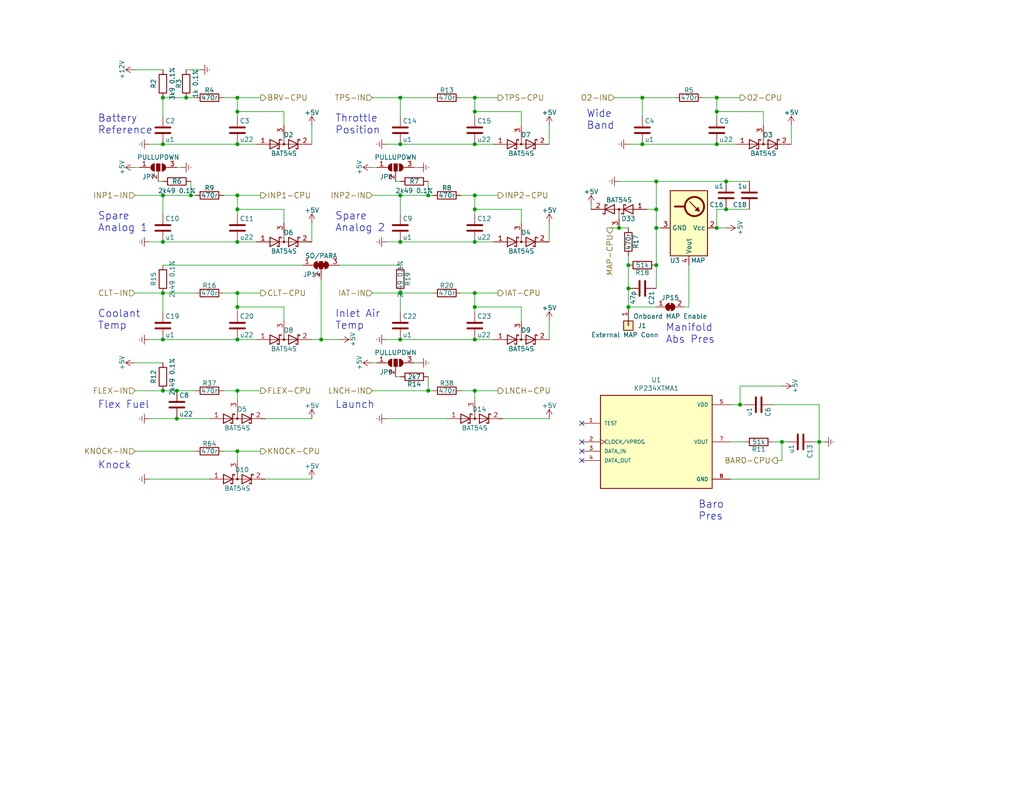
<source format=kicad_sch>
(kicad_sch (version 20211123) (generator eeschema)
  (paper "USLetter")
  (title_block (title "UA4C") (date "2022-07-13") (rev "C4") (company "WTMtronics") (comment 1 "White Fang"))
  (lib_symbols
    (symbol "Device:C" (pin_numbers hide) (pin_names (offset 0.254))
      (property "Reference" "C" (at 0.635 2.54 0))
      (property "Value" "C" (at 0.635 -2.54 0))
      (symbol "C_0_1"
        (polyline (pts (xy -2.032 -0.762) (xy 2.032 -0.762)) (stroke (width 0.508)))
        (polyline (pts (xy -2.032 0.762) (xy 2.032 0.762)) (stroke (width 0.508)))
      )
      (symbol "C_1_1"
        (pin passive line (at 0 3.81 270) (length 2.794) (name "~") (number "1"))
        (pin passive line (at 0 -3.81 90) (length 2.794) (name "~") (number "2"))
      )
    )
    (symbol "Device:R" (pin_numbers hide) (pin_names (offset 0))
      (property "Reference" "R" (at 2.032 0 90))
      (property "Value" "R" (at 0 0 90))
      (symbol "R_0_1"
        (rectangle (start -1.016 -2.54) (end 1.016 2.54) (stroke (width 0.254)))
      )
      (symbol "R_1_1"
        (pin passive line (at 0 3.81 270) (length 1.27) (name "~") (number "1"))
        (pin passive line (at 0 -3.81 90) (length 1.27) (name "~") (number "2"))
      )
    )
    (symbol "Jumper:SolderJumper_2_Bridged" (pin_names (offset 0) hide)
      (property "Reference" "JP" (at 0 2.032 0))
      (property "Value" "SolderJumper_2_Bridged" (at 0 -2.54 0))
      (symbol "SolderJumper_2_Bridged_0_1"
        (rectangle (start -0.508 0.508) (end 0.508 -0.508) (fill (type outline)))
        (arc (start -0.254 1.016) (mid -1.27 0) (end -0.254 -1.016))
        (arc (start -0.254 1.016) (mid -1.27 0) (end -0.254 -1.016) (fill (type outline)))
        (polyline (pts (xy -0.254 1.016) (xy -0.254 -1.016)))
        (polyline (pts (xy 0.254 1.016) (xy 0.254 -1.016)))
        (arc (start 0.254 -1.016) (mid 1.27 0) (end 0.254 1.016))
        (arc (start 0.254 -1.016) (mid 1.27 0) (end 0.254 1.016) (fill (type outline)))
      )
      (symbol "SolderJumper_2_Bridged_1_1"
        (pin passive line (at -3.81 0 0) (length 2.54) (name "A") (number "1"))
        (pin passive line (at 3.81 0 180) (length 2.54) (name "B") (number "2"))
      )
    )
    (symbol "Sensor_Pressure:MPXH6115A"
      (property "Reference" "U" (at -10.16 6.35 0))
      (property "Value" "MPXH6115A" (at 1.27 6.35 0))
      (symbol "MPXH6115A_0_1"
        (circle (center -5.842 1.524) (radius 2.6162) (stroke (width 0.508)))
        (polyline (pts (xy -7.112 0.254) (xy -4.572 2.794)) (stroke (width 0.254)))
        (polyline (pts (xy -5.842 -1.27) (xy -5.842 -3.81)) (stroke (width 0.508)))
        (polyline (pts (xy -4.572 2.794) (xy -4.826 1.778) (xy -5.588 2.54) (xy -4.572 2.794)) (stroke (width 0.254)) (fill (type outline)))
        (rectangle (start 7.62 5.08) (end -10.16 -5.08) (stroke (width 0.254)) (fill (type background)))
      )
      (symbol "MPXH6115A_1_1"
        (pin no_connect line (at 5.08 -5.08 90) (length 2.54) hide (name "NC") (number "1"))
        (pin power_in line (at 0 7.62 270) (length 2.54) (name "Vcc") (number "2"))
        (pin power_in line (at 0 -7.62 90) (length 2.54) (name "GND") (number "3"))
        (pin output line (at 10.16 0 180) (length 2.54) (name "Vout") (number "4"))
        (pin no_connect line (at -7.62 -5.08 90) (length 2.54) hide (name "NC") (number "5"))
        (pin no_connect line (at -5.08 -5.08 90) (length 2.54) hide (name "NC") (number "6"))
        (pin no_connect line (at -2.54 -5.08 90) (length 2.54) hide (name "NC") (number "7"))
        (pin no_connect line (at 2.54 -5.08 90) (length 2.54) hide (name "NC") (number "8"))
      )
    )
    (symbol "Underdog-rescue:Conn_01x01-conn-Underdog-rescue" (pin_names (offset 1.016) hide)
      (property "Reference" "J" (at 0 2.54 0))
      (property "Value" "Conn_01x01-conn-Underdog-rescue" (at 0 -2.54 0))
      (symbol "Conn_01x01-conn-Underdog-rescue_1_1"
        (rectangle (start -1.27 0.127) (end 0 -0.127) (stroke (width 0.1524)))
        (rectangle (start -1.27 1.27) (end 1.27 -1.27) (stroke (width 0.254)) (fill (type background)))
        (pin passive line (at -5.08 0 0) (length 3.81) (name "Pin_1") (number "1"))
      )
    )
    (symbol "Underdog-rescue:D_Schottky_x2_Serial_AKC-Device" (pin_names (offset 0.762) hide)
      (property "Reference" "D" (at 1.27 -2.54 0))
      (property "Value" "D_Schottky_x2_Serial_AKC-Device" (at 0 2.54 0))
      (symbol "D_Schottky_x2_Serial_AKC-Device_0_1"
        (polyline (pts (xy -3.81 0) (xy 3.81 0)))
        (polyline (pts (xy 0 0) (xy 0 -2.54)))
        (polyline (pts (xy 6.35 0) (xy 7.62 0)))
        (polyline (pts (xy -1.27 -1.27) (xy -1.27 1.27) (xy -1.27 1.27)) (stroke (width 0.254)))
        (polyline (pts (xy 3.81 1.27) (xy 3.81 -1.27) (xy 3.81 -1.27)) (stroke (width 0.254)))
        (polyline (pts (xy -1.27 -1.27) (xy -0.762 -1.27) (xy -0.762 -1.016) (xy -0.762 -1.016)) (stroke (width 0.254)))
        (polyline (pts (xy 3.81 -1.27) (xy 4.318 -1.27) (xy 4.318 -1.016) (xy 4.318 -1.016)) (stroke (width 0.254)))
        (polyline (pts (xy 3.81 1.27) (xy 3.302 1.27) (xy 3.302 1.016) (xy 3.302 1.016)) (stroke (width 0.254)))
        (polyline (pts (xy -1.778 1.016) (xy -1.778 1.27) (xy -1.27 1.27) (xy -1.27 1.27) (xy -1.27 1.27)) (stroke (width 0.254)))
        (polyline (pts (xy -3.81 1.27) (xy -1.27 0) (xy -3.81 -1.27) (xy -3.81 1.27) (xy -3.81 1.27) (xy -3.81 1.27)) (stroke (width 0.254)))
        (polyline (pts (xy 1.27 1.27) (xy 3.81 0) (xy 1.27 -1.27) (xy 1.27 1.27) (xy 1.27 1.27) (xy 1.27 1.27)) (stroke (width 0.254)))
        (circle (center 0 0) (radius 0.254) (fill (type outline)))
        (pin passive line (at -7.62 0 0) (length 3.81) (name "A") (number "1"))
        (pin passive line (at 7.62 0 180) (length 3.81) (name "K") (number "2"))
        (pin passive line (at 0 -5.08 90) (length 2.54) (name "common") (number "3"))
      )
    )
    (symbol "Underdog-rescue:KP234XTMA1-IC_Automotive" (pin_names (offset 1.016))
      (property "Reference" "U" (at -15.24 13.97 0))
      (property "Value" "KP234XTMA1-IC_Automotive" (at -15.24 -15.24 0))
      (symbol "KP234XTMA1-IC_Automotive_0_0"
        (rectangle (start -15.24 -12.7) (end 15.24 12.7) (stroke (width 0.254)) (fill (type background)))
        (pin input line (at -20.32 5.08 0) (length 5.08) (name "TEST") (number "1"))
        (pin input clock (at -20.32 0 0) (length 5.08) (name "CLOCK/VPROG") (number "2"))
        (pin input line (at -20.32 -2.54 0) (length 5.08) (name "DATA_IN") (number "3"))
        (pin output line (at -20.32 -5.08 0) (length 5.08) (name "DATA_OUT") (number "4"))
        (pin power_in line (at 20.32 10.16 180) (length 5.08) (name "VDD") (number "5"))
        (pin power_in line (at 20.32 -10.16 180) (length 5.08) (name "GND") (number "6"))
        (pin output line (at 20.32 0 180) (length 5.08) (name "VOUT") (number "7"))
        (pin power_in line (at 20.32 -10.16 180) (length 5.08) (name "GND") (number "8"))
      )
    )
    (symbol "Underdog-rescue:SolderJumper_3_Bridged123-Jumper" (pin_names (offset 0) hide)
      (property "Reference" "JP" (at -2.54 -2.54 0))
      (property "Value" "SolderJumper_3_Bridged123-Jumper" (at 0 2.794 0))
      (symbol "SolderJumper_3_Bridged123-Jumper_0_1"
        (rectangle (start -1.016 0.508) (end -0.508 -0.508) (fill (type outline)))
        (arc (start -1.016 1.016) (mid -2.032 0) (end -1.016 -1.016))
        (arc (start -1.016 1.016) (mid -2.032 0) (end -1.016 -1.016) (fill (type outline)))
        (rectangle (start -0.508 1.016) (end 0.508 -1.016) (fill (type outline)))
        (polyline (pts (xy -2.54 0) (xy -2.032 0)))
        (polyline (pts (xy -1.016 1.016) (xy -1.016 -1.016)))
        (polyline (pts (xy 0 -1.27) (xy 0 -1.016)))
        (polyline (pts (xy 1.016 1.016) (xy 1.016 -1.016)))
        (polyline (pts (xy 2.54 0) (xy 2.032 0)))
        (rectangle (start 0.508 0.508) (end 1.016 -0.508) (fill (type outline)))
        (arc (start 1.016 -1.016) (mid 2.032 0) (end 1.016 1.016))
        (arc (start 1.016 -1.016) (mid 2.032 0) (end 1.016 1.016) (fill (type outline)))
      )
      (symbol "SolderJumper_3_Bridged123-Jumper_1_1"
        (pin passive line (at -5.08 0 0) (length 2.54) (name "A") (number "1"))
        (pin input line (at 0 -3.81 90) (length 2.54) (name "C") (number "2"))
        (pin passive line (at 5.08 0 180) (length 2.54) (name "B") (number "3"))
      )
    )
    (symbol "Underdog-rescue:SolderJumper_3_Open-Jumper1" (pin_names (offset 0) hide)
      (property "Reference" "JP" (at -2.54 -2.54 0))
      (property "Value" "SolderJumper_3_Open-Jumper1" (at 0 2.794 0))
      (symbol "SolderJumper_3_Open-Jumper1_0_1"
        (arc (start -1.016 1.016) (mid -2.032 0) (end -1.016 -1.016))
        (arc (start -1.016 1.016) (mid -2.032 0) (end -1.016 -1.016) (fill (type outline)))
        (rectangle (start -0.508 1.016) (end 0.508 -1.016) (fill (type outline)))
        (polyline (pts (xy -2.54 0) (xy -2.032 0)))
        (polyline (pts (xy -1.016 1.016) (xy -1.016 -1.016)))
        (polyline (pts (xy 0 -1.27) (xy 0 -1.016)))
        (polyline (pts (xy 1.016 1.016) (xy 1.016 -1.016)))
        (polyline (pts (xy 2.54 0) (xy 2.032 0)))
        (arc (start 1.016 -1.016) (mid 2.032 0) (end 1.016 1.016))
        (arc (start 1.016 -1.016) (mid 2.032 0) (end 1.016 1.016) (fill (type outline)))
      )
      (symbol "SolderJumper_3_Open-Jumper1_1_1"
        (pin passive line (at -5.08 0 0) (length 2.54) (name "A") (number "1"))
        (pin input line (at 0 -3.81 90) (length 2.54) (name "C") (number "2"))
        (pin passive line (at 5.08 0 180) (length 2.54) (name "B") (number "3"))
      )
    )
    (symbol "power:+12V" (power) (pin_names (offset 0))
      (property "Value" "+12V" (at 0 3.556 0))
      (symbol "+12V_0_1"
        (polyline (pts (xy -0.762 1.27) (xy 0 2.54)))
        (polyline (pts (xy 0 0) (xy 0 2.54)))
        (polyline (pts (xy 0 2.54) (xy 0.762 1.27)))
      )
      (symbol "+12V_1_1"
        (pin power_in line (at 0 0 90) (length 0) hide (name "+12V") (number "1"))
      )
    )
    (symbol "power:+5V" (power) (pin_names (offset 0))
      (property "Value" "+5V" (at 0 3.556 0))
      (symbol "+5V_0_1"
        (polyline (pts (xy -0.762 1.27) (xy 0 2.54)))
        (polyline (pts (xy 0 0) (xy 0 2.54)))
        (polyline (pts (xy 0 2.54) (xy 0.762 1.27)))
      )
      (symbol "+5V_1_1"
        (pin power_in line (at 0 0 90) (length 0) hide (name "+5V") (number "1"))
      )
    )
    (symbol "power:Earth" (power) (pin_names (offset 0))
      (symbol "Earth_0_1"
        (polyline (pts (xy -0.635 -1.905) (xy 0.635 -1.905)))
        (polyline (pts (xy -0.127 -2.54) (xy 0.127 -2.54)))
        (polyline (pts (xy 0 -1.27) (xy 0 0)))
        (polyline (pts (xy 1.27 -1.27) (xy -1.27 -1.27)))
      )
      (symbol "Earth_1_1"
        (pin power_in line (at 0 0 270) (length 0) hide (name "Earth") (number "1"))
      )
    )
  )
  (junction (at 109.22 80.01))
  (junction (at 129.54 83.82))
  (junction (at 129.54 26.67))
  (junction (at 64.77 83.82))
  (junction (at 44.45 53.34))
  (junction (at 64.77 66.04))
  (junction (at 44.45 92.71))
  (junction (at 179.07 49.53))
  (junction (at 129.54 66.04))
  (junction (at 52.07 53.34))
  (junction (at 179.07 72.39))
  (junction (at 213.36 120.65))
  (junction (at 179.07 57.15))
  (junction (at 64.77 92.71))
  (junction (at 64.77 123.19))
  (junction (at 195.58 26.67))
  (junction (at 64.77 80.01))
  (junction (at 175.26 39.37))
  (junction (at 50.8 26.67))
  (junction (at 171.45 78.74))
  (junction (at 87.63 92.71))
  (junction (at 116.84 106.68))
  (junction (at 129.54 30.48))
  (junction (at 109.22 66.04))
  (junction (at 195.58 30.48))
  (junction (at 129.54 92.71))
  (junction (at 198.12 49.53))
  (junction (at 179.07 62.23))
  (junction (at 64.77 53.34))
  (junction (at 64.77 57.15))
  (junction (at 129.54 57.15))
  (junction (at 171.45 72.39))
  (junction (at 168.91 62.23))
  (junction (at 109.22 39.37))
  (junction (at 116.84 53.34))
  (junction (at 195.58 39.37))
  (junction (at 175.26 26.67))
  (junction (at 109.22 26.67))
  (junction (at 44.45 80.01))
  (junction (at 195.58 62.23))
  (junction (at 44.45 66.04))
  (junction (at 64.77 26.67))
  (junction (at 109.22 92.71))
  (junction (at 198.12 57.15))
  (junction (at 201.93 110.49))
  (junction (at 129.54 53.34))
  (junction (at 44.45 26.67))
  (junction (at 64.77 30.48))
  (junction (at 64.77 39.37))
  (junction (at 44.45 106.68))
  (junction (at 109.22 53.34))
  (junction (at 223.52 120.65))
  (junction (at 44.45 39.37))
  (junction (at 48.26 106.68))
  (junction (at 129.54 106.68))
  (junction (at 48.26 114.3))
  (junction (at 129.54 39.37))
  (junction (at 64.77 106.68))
  (junction (at 171.45 83.82))
  (junction (at 129.54 80.01))
  (no_connect (at 158.75 123.19))
  (no_connect (at 158.75 115.57))
  (no_connect (at 158.75 120.65))
  (no_connect (at 158.75 125.73))
  (wire (pts (xy 44.45 106.68) (xy 48.26 106.68)))
  (wire (pts (xy 175.26 39.37) (xy 195.58 39.37)))
  (wire (pts (xy 191.77 26.67) (xy 195.58 26.67)))
  (wire (pts (xy 171.45 78.74) (xy 171.45 72.39)))
  (wire (pts (xy 64.77 30.48) (xy 64.77 31.75)))
  (wire (pts (xy 64.77 80.01) (xy 64.77 83.82)))
  (wire (pts (xy 129.54 109.22) (xy 129.54 106.68)))
  (wire (pts (xy 101.6 53.34) (xy 109.22 53.34)))
  (wire (pts (xy 116.84 106.68) (xy 118.11 106.68)))
  (wire (pts (xy 116.84 106.68) (xy 116.84 102.87)))
  (wire (pts (xy 48.26 114.3) (xy 57.15 114.3)))
  (wire (pts (xy 129.54 92.71) (xy 134.62 92.71)))
  (wire (pts (xy 64.77 53.34) (xy 71.12 53.34)))
  (wire (pts (xy 129.54 26.67) (xy 135.89 26.67)))
  (wire (pts (xy 60.96 80.01) (xy 64.77 80.01)))
  (wire (pts (xy 149.86 60.96) (xy 149.86 66.04)))
  (wire (pts (xy 223.52 110.49) (xy 223.52 120.65)))
  (wire (pts (xy 195.58 26.67) (xy 201.93 26.67)))
  (wire (pts (xy 101.6 26.67) (xy 109.22 26.67)))
  (wire (pts (xy 36.83 106.68) (xy 44.45 106.68)))
  (wire (pts (xy 176.53 57.15) (xy 179.07 57.15)))
  (wire (pts (xy 64.77 26.67) (xy 71.12 26.67)))
  (wire (pts (xy 85.09 60.96) (xy 85.09 66.04)))
  (wire (pts (xy 64.77 106.68) (xy 71.12 106.68)))
  (wire (pts (xy 109.22 26.67) (xy 118.11 26.67)))
  (wire (pts (xy 142.24 30.48) (xy 129.54 30.48)))
  (wire (pts (xy 101.6 80.01) (xy 109.22 80.01)))
  (wire (pts (xy 223.52 130.81) (xy 223.52 120.65)))
  (wire (pts (xy 179.07 49.53) (xy 179.07 57.15)))
  (wire (pts (xy 60.96 53.34) (xy 64.77 53.34)))
  (wire (pts (xy 161.29 57.15) (xy 161.29 55.88)))
  (wire (pts (xy 142.24 60.96) (xy 142.24 57.15)))
  (wire (pts (xy 195.58 62.23) (xy 195.58 57.15)))
  (wire (pts (xy 77.47 57.15) (xy 64.77 57.15)))
  (wire (pts (xy 44.45 53.34) (xy 44.45 58.42)))
  (wire (pts (xy 64.77 53.34) (xy 64.77 57.15)))
  (wire (pts (xy 199.39 120.65) (xy 203.2 120.65)))
  (wire (pts (xy 105.41 66.04) (xy 109.22 66.04)))
  (wire (pts (xy 168.91 62.23) (xy 171.45 62.23)))
  (wire (pts (xy 60.96 106.68) (xy 64.77 106.68)))
  (wire (pts (xy 40.64 39.37) (xy 44.45 39.37)))
  (wire (pts (xy 210.82 110.49) (xy 223.52 110.49)))
  (wire (pts (xy 195.58 57.15) (xy 198.12 57.15)))
  (wire (pts (xy 109.22 66.04) (xy 129.54 66.04)))
  (wire (pts (xy 87.63 76.2) (xy 87.63 92.71)))
  (wire (pts (xy 208.28 34.29) (xy 208.28 30.48)))
  (wire (pts (xy 101.6 45.72) (xy 102.87 45.72)))
  (wire (pts (xy 129.54 106.68) (xy 135.89 106.68)))
  (wire (pts (xy 195.58 30.48) (xy 195.58 31.75)))
  (wire (pts (xy 114.3 99.06) (xy 113.03 99.06)))
  (wire (pts (xy 223.52 120.65) (xy 224.79 120.65)))
  (wire (pts (xy 109.22 26.67) (xy 109.22 31.75)))
  (wire (pts (xy 149.86 87.63) (xy 149.86 92.71)))
  (wire (pts (xy 208.28 30.48) (xy 195.58 30.48)))
  (wire (pts (xy 195.58 39.37) (xy 200.66 39.37)))
  (wire (pts (xy 44.45 53.34) (xy 52.07 53.34)))
  (wire (pts (xy 64.77 125.73) (xy 64.77 123.19)))
  (wire (pts (xy 64.77 83.82) (xy 64.77 85.09)))
  (wire (pts (xy 105.41 92.71) (xy 109.22 92.71)))
  (wire (pts (xy 149.86 114.3) (xy 137.16 114.3)))
  (wire (pts (xy 179.07 72.39) (xy 179.07 78.74)))
  (wire (pts (xy 129.54 53.34) (xy 129.54 57.15)))
  (wire (pts (xy 64.77 109.22) (xy 64.77 106.68)))
  (wire (pts (xy 109.22 72.39) (xy 92.71 72.39)))
  (wire (pts (xy 213.36 120.65) (xy 213.36 125.73)))
  (wire (pts (xy 109.22 39.37) (xy 129.54 39.37)))
  (wire (pts (xy 40.64 130.81) (xy 57.15 130.81)))
  (wire (pts (xy 50.8 19.05) (xy 54.61 19.05)))
  (wire (pts (xy 52.07 53.34) (xy 53.34 53.34)))
  (wire (pts (xy 87.63 92.71) (xy 85.09 92.71)))
  (wire (pts (xy 179.07 57.15) (xy 179.07 62.23)))
  (wire (pts (xy 125.73 26.67) (xy 129.54 26.67)))
  (wire (pts (xy 109.22 80.01) (xy 118.11 80.01)))
  (wire (pts (xy 85.09 130.81) (xy 72.39 130.81)))
  (wire (pts (xy 198.12 49.53) (xy 204.47 49.53)))
  (wire (pts (xy 64.77 92.71) (xy 69.85 92.71)))
  (wire (pts (xy 64.77 80.01) (xy 71.12 80.01)))
  (wire (pts (xy 171.45 72.39) (xy 171.45 69.85)))
  (wire (pts (xy 195.58 26.67) (xy 195.58 30.48)))
  (wire (pts (xy 44.45 66.04) (xy 64.77 66.04)))
  (wire (pts (xy 171.45 83.82) (xy 171.45 78.74)))
  (wire (pts (xy 43.18 49.53) (xy 44.45 49.53)))
  (wire (pts (xy 204.47 57.15) (xy 198.12 57.15)))
  (wire (pts (xy 129.54 26.67) (xy 129.54 30.48)))
  (wire (pts (xy 201.93 105.41) (xy 213.36 105.41)))
  (wire (pts (xy 125.73 80.01) (xy 129.54 80.01)))
  (wire (pts (xy 167.64 26.67) (xy 175.26 26.67)))
  (wire (pts (xy 116.84 53.34) (xy 116.84 49.53)))
  (wire (pts (xy 129.54 80.01) (xy 129.54 83.82)))
  (wire (pts (xy 109.22 92.71) (xy 129.54 92.71)))
  (wire (pts (xy 36.83 80.01) (xy 44.45 80.01)))
  (wire (pts (xy 222.25 120.65) (xy 223.52 120.65)))
  (wire (pts (xy 107.95 49.53) (xy 109.22 49.53)))
  (wire (pts (xy 40.64 92.71) (xy 44.45 92.71)))
  (wire (pts (xy 101.6 99.06) (xy 102.87 99.06)))
  (wire (pts (xy 77.47 30.48) (xy 64.77 30.48)))
  (wire (pts (xy 48.26 106.68) (xy 53.34 106.68)))
  (wire (pts (xy 109.22 80.01) (xy 109.22 85.09)))
  (wire (pts (xy 36.83 123.19) (xy 53.34 123.19)))
  (wire (pts (xy 49.53 45.72) (xy 48.26 45.72)))
  (wire (pts (xy 171.45 83.82) (xy 179.07 83.82)))
  (wire (pts (xy 210.82 120.65) (xy 213.36 120.65)))
  (wire (pts (xy 44.45 92.71) (xy 64.77 92.71)))
  (wire (pts (xy 85.09 34.29) (xy 85.09 39.37)))
  (wire (pts (xy 77.47 34.29) (xy 77.47 30.48)))
  (wire (pts (xy 64.77 66.04) (xy 69.85 66.04)))
  (wire (pts (xy 77.47 87.63) (xy 77.47 83.82)))
  (wire (pts (xy 215.9 34.29) (xy 215.9 39.37)))
  (wire (pts (xy 129.54 66.04) (xy 134.62 66.04)))
  (wire (pts (xy 44.45 80.01) (xy 44.45 85.09)))
  (wire (pts (xy 180.34 62.23) (xy 179.07 62.23)))
  (wire (pts (xy 107.95 102.87) (xy 109.22 102.87)))
  (wire (pts (xy 60.96 123.19) (xy 64.77 123.19)))
  (wire (pts (xy 44.45 39.37) (xy 64.77 39.37)))
  (wire (pts (xy 129.54 57.15) (xy 129.54 58.42)))
  (wire (pts (xy 187.96 72.39) (xy 187.96 83.82)))
  (wire (pts (xy 52.07 53.34) (xy 52.07 49.53)))
  (wire (pts (xy 171.45 39.37) (xy 175.26 39.37)))
  (wire (pts (xy 175.26 26.67) (xy 175.26 31.75)))
  (wire (pts (xy 36.83 45.72) (xy 38.1 45.72)))
  (wire (pts (xy 125.73 53.34) (xy 129.54 53.34)))
  (wire (pts (xy 92.71 92.71) (xy 87.63 92.71)))
  (wire (pts (xy 64.77 123.19) (xy 71.12 123.19)))
  (wire (pts (xy 105.41 114.3) (xy 121.92 114.3)))
  (wire (pts (xy 40.64 66.04) (xy 44.45 66.04)))
  (wire (pts (xy 36.83 53.34) (xy 44.45 53.34)))
  (wire (pts (xy 201.93 110.49) (xy 203.2 110.49)))
  (wire (pts (xy 129.54 30.48) (xy 129.54 31.75)))
  (wire (pts (xy 125.73 106.68) (xy 129.54 106.68)))
  (wire (pts (xy 142.24 87.63) (xy 142.24 83.82)))
  (wire (pts (xy 212.09 125.73) (xy 213.36 125.73)))
  (wire (pts (xy 129.54 80.01) (xy 135.89 80.01)))
  (wire (pts (xy 85.09 114.3) (xy 72.39 114.3)))
  (wire (pts (xy 36.83 99.06) (xy 44.45 99.06)))
  (wire (pts (xy 129.54 39.37) (xy 134.62 39.37)))
  (wire (pts (xy 116.84 53.34) (xy 118.11 53.34)))
  (wire (pts (xy 175.26 26.67) (xy 184.15 26.67)))
  (wire (pts (xy 142.24 57.15) (xy 129.54 57.15)))
  (wire (pts (xy 105.41 39.37) (xy 109.22 39.37)))
  (wire (pts (xy 142.24 83.82) (xy 129.54 83.82)))
  (wire (pts (xy 44.45 26.67) (xy 50.8 26.67)))
  (wire (pts (xy 199.39 110.49) (xy 201.93 110.49)))
  (wire (pts (xy 40.64 114.3) (xy 48.26 114.3)))
  (wire (pts (xy 77.47 83.82) (xy 64.77 83.82)))
  (wire (pts (xy 114.3 45.72) (xy 113.03 45.72)))
  (wire (pts (xy 50.8 26.67) (xy 53.34 26.67)))
  (wire (pts (xy 129.54 53.34) (xy 135.89 53.34)))
  (wire (pts (xy 60.96 26.67) (xy 64.77 26.67)))
  (wire (pts (xy 199.39 130.81) (xy 223.52 130.81)))
  (wire (pts (xy 214.63 120.65) (xy 213.36 120.65)))
  (wire (pts (xy 64.77 39.37) (xy 69.85 39.37)))
  (wire (pts (xy 36.83 19.05) (xy 44.45 19.05)))
  (wire (pts (xy 44.45 80.01) (xy 53.34 80.01)))
  (wire (pts (xy 168.91 49.53) (xy 179.07 49.53)))
  (wire (pts (xy 179.07 62.23) (xy 179.07 72.39)))
  (wire (pts (xy 64.77 26.67) (xy 64.77 30.48)))
  (wire (pts (xy 166.37 62.23) (xy 168.91 62.23)))
  (wire (pts (xy 77.47 60.96) (xy 77.47 57.15)))
  (wire (pts (xy 101.6 106.68) (xy 116.84 106.68)))
  (wire (pts (xy 201.93 110.49) (xy 201.93 105.41)))
  (wire (pts (xy 179.07 49.53) (xy 198.12 49.53)))
  (wire (pts (xy 109.22 53.34) (xy 109.22 58.42)))
  (wire (pts (xy 142.24 34.29) (xy 142.24 30.48)))
  (wire (pts (xy 149.86 34.29) (xy 149.86 39.37)))
  (wire (pts (xy 186.69 83.82) (xy 187.96 83.82)))
  (wire (pts (xy 129.54 83.82) (xy 129.54 85.09)))
  (wire (pts (xy 198.12 62.23) (xy 195.58 62.23)))
  (wire (pts (xy 64.77 57.15) (xy 64.77 58.42)))
  (wire (pts (xy 109.22 53.34) (xy 116.84 53.34)))
  (wire (pts (xy 44.45 26.67) (xy 44.45 31.75)))
  (wire (pts (xy 44.45 72.39) (xy 82.55 72.39)))
  (text "Throttle\nPosition" (at 91.44 36.83 0) (effects (font (size 2.0066 2.0066)) (justify left bottom)))
  (text "Knock" (at 26.67 128.27 0) (effects (font (size 2.0066 2.0066)) (justify left bottom)))
  (text "Inlet Air\nTemp" (at 91.44 90.17 0) (effects (font (size 2.0066 2.0066)) (justify left bottom)))
  (text "Wide\nBand" (at 160.02 35.56 0) (effects (font (size 2.0066 2.0066)) (justify left bottom)))
  (text "Flex Fuel" (at 26.67 111.76 0) (effects (font (size 2.0066 2.0066)) (justify left bottom)))
  (text "Battery\nReference" (at 26.67 36.83 0) (effects (font (size 2.0066 2.0066)) (justify left bottom)))
  (text "Coolant\nTemp" (at 26.67 90.17 0) (effects (font (size 2.0066 2.0066)) (justify left bottom)))
  (text "Launch" (at 91.44 111.76 0) (effects (font (size 2.0066 2.0066)) (justify left bottom)))
  (text "Manifold\nAbs Pres" (at 181.61 93.98 0) (effects (font (size 2.0066 2.0066)) (justify left bottom)))
  (text "Spare\nAnalog 1" (at 26.67 63.5 0) (effects (font (size 2.0066 2.0066)) (justify left bottom)))
  (text "Spare\nAnalog 2" (at 91.44 63.5 0) (effects (font (size 2.0066 2.0066)) (justify left bottom)))
  (text "Baro\nPres" (at 190.5 142.24 0) (effects (font (size 2.0066 2.0066)) (justify left bottom)))
  (hierarchical_label "CLT-CPU" (shape output) (at 71.12 80.01 0) (effects (font (size 1.524 1.524))))
  (hierarchical_label "BRV-CPU" (shape output) (at 71.12 26.67 0) (effects (font (size 1.524 1.524))))
  (hierarchical_label "INP2-IN" (shape input) (at 101.6 53.34 180) (effects (font (size 1.524 1.524))))
  (hierarchical_label "FLEX-IN" (shape input) (at 36.83 106.68 180) (effects (font (size 1.524 1.524))))
  (hierarchical_label "O2-CPU" (shape output) (at 201.93 26.67 0) (effects (font (size 1.524 1.524))))
  (hierarchical_label "FLEX-CPU" (shape output) (at 71.12 106.68 0) (effects (font (size 1.524 1.524))))
  (hierarchical_label "BARO-CPU" (shape output) (at 212.09 125.73 180) (effects (font (size 1.524 1.524))))
  (hierarchical_label "KNOCK-IN" (shape input) (at 36.83 123.19 180) (effects (font (size 1.524 1.524))))
  (hierarchical_label "O2-IN" (shape input) (at 167.64 26.67 180) (effects (font (size 1.524 1.524))))
  (hierarchical_label "INP1-IN" (shape input) (at 36.83 53.34 180) (effects (font (size 1.524 1.524))))
  (hierarchical_label "TPS-IN" (shape input) (at 101.6 26.67 180) (effects (font (size 1.524 1.524))))
  (hierarchical_label "KNOCK-CPU" (shape output) (at 71.12 123.19 0) (effects (font (size 1.524 1.524))))
  (hierarchical_label "CLT-IN" (shape input) (at 36.83 80.01 180) (effects (font (size 1.524 1.524))))
  (hierarchical_label "LNCH-CPU" (shape output) (at 135.89 106.68 0) (effects (font (size 1.524 1.524))))
  (hierarchical_label "LNCH-IN" (shape input) (at 101.6 106.68 180) (effects (font (size 1.524 1.524))))
  (hierarchical_label "INP2-CPU" (shape output) (at 135.89 53.34 0) (effects (font (size 1.524 1.524))))
  (hierarchical_label "MAP-CPU" (shape output) (at 166.37 62.23 270) (effects (font (size 1.524 1.524))))
  (hierarchical_label "IAT-IN" (shape input) (at 101.6 80.01 180) (effects (font (size 1.524 1.524))))
  (hierarchical_label "INP1-CPU" (shape output) (at 71.12 53.34 0) (effects (font (size 1.524 1.524))))
  (hierarchical_label "TPS-CPU" (shape output) (at 135.89 26.67 0) (effects (font (size 1.524 1.524))))
  (hierarchical_label "IAT-CPU" (shape output) (at 135.89 80.01 0) (effects (font (size 1.524 1.524))))
  (symbol (lib_id "Device:C") (at 109.22 35.56 0) (unit 1)
    (property "Reference" "C14" (at 109.855 33.02 0) (effects (justify left)))
    (property "Value" "u1" (at 109.855 38.1 0) (effects (justify left)))
    (property "Footprint" "Capacitor_SMD:C_0805_2012Metric" (effects hide))
    (property "MPN" "CL21B104KBFNNNE" (effects hide))
  )
  (symbol (lib_id "Device:C") (at 129.54 35.56 0) (unit 1)
    (property "Reference" "C15" (at 130.175 33.02 0) (effects (justify left)))
    (property "Value" "u22" (at 130.175 38.1 0) (effects (justify left)))
    (property "Footprint" "Capacitor_SMD:C_0805_2012Metric" (effects hide))
    (property "MPN" "CL21B224KBFNNNE" (effects hide))
  )
  (symbol (lib_id "Device:C") (at 44.45 88.9 0) (unit 1)
    (property "Reference" "C19" (at 45.085 86.36 0) (effects (justify left)))
    (property "Value" "u1" (at 45.085 91.44 0) (effects (justify left)))
    (property "Footprint" "Capacitor_SMD:C_0805_2012Metric" (effects hide))
    (property "MPN" "CL21B104KBFNNNE" (effects hide))
  )
  (symbol (lib_id "Device:C") (at 64.77 88.9 0) (unit 1)
    (property "Reference" "C20" (at 65.405 86.36 0) (effects (justify left)))
    (property "Value" "u22" (at 65.405 91.44 0) (effects (justify left)))
    (property "Footprint" "Capacitor_SMD:C_0805_2012Metric" (effects hide))
    (property "MPN" "CL21B224KBFNNNE" (effects hide))
  )
  (symbol (lib_id "Device:C") (at 109.22 88.9 0) (unit 1)
    (property "Reference" "C22" (at 109.855 86.36 0) (effects (justify left)))
    (property "Value" "u1" (at 109.855 91.44 0) (effects (justify left)))
    (property "Footprint" "Capacitor_SMD:C_0805_2012Metric" (effects hide))
    (property "MPN" "CL21B104KBFNNNE" (effects hide))
  )
  (symbol (lib_id "Device:C") (at 129.54 88.9 0) (unit 1)
    (property "Reference" "C23" (at 130.175 86.36 0) (effects (justify left)))
    (property "Value" "u22" (at 130.175 91.44 0) (effects (justify left)))
    (property "Footprint" "Capacitor_SMD:C_0805_2012Metric" (effects hide))
    (property "MPN" "CL21B224KBFNNNE" (effects hide))
  )
  (symbol (lib_id "Device:R") (at 44.45 76.2 0) (unit 1)
    (property "Reference" "R15" (at 41.91 76.2 90))
    (property "Value" "2k49 0.1%" (at 46.99 76.2 90))
    (property "Footprint" "Resistor_SMD:R_0805_2012Metric" (effects hide))
    (property "MPN" "ERA6AEB2491V" (effects hide))
  )
  (symbol (lib_id "Device:R") (at 109.22 76.2 0) (unit 1)
    (property "Reference" "R19" (at 111.252 76.2 90))
    (property "Value" "2k49 0.1%" (at 109.22 76.2 90))
    (property "Footprint" "Resistor_SMD:R_0805_2012Metric" (effects hide))
    (property "MPN" "ERA6AEB2491V" (effects hide))
  )
  (symbol (lib_id "Device:R") (at 121.92 80.01 90) (unit 1)
    (property "Reference" "R20" (at 121.92 77.978 90))
    (property "Value" "470r" (at 121.92 80.01 90))
    (property "Footprint" "Resistor_SMD:R_0805_2012Metric" (effects hide))
    (property "MPN" "RK73H2ATTD4700F" (effects hide))
  )
  (symbol (lib_id "Device:R") (at 57.15 80.01 90) (unit 1)
    (property "Reference" "R16" (at 57.15 77.978 90))
    (property "Value" "470r" (at 57.15 80.01 90))
    (property "Footprint" "Resistor_SMD:R_0805_2012Metric" (effects hide))
    (property "MPN" "RK73H2ATTD4700F" (effects hide))
  )
  (symbol (lib_id "Device:R") (at 121.92 26.67 90) (unit 1)
    (property "Reference" "R13" (at 121.92 24.638 90))
    (property "Value" "470r" (at 121.92 26.67 90))
    (property "Footprint" "Resistor_SMD:R_0805_2012Metric" (effects hide))
    (property "MPN" "RK73H2ATTD4700F" (effects hide))
  )
  (symbol (lib_id "Underdog-rescue:D_Schottky_x2_Serial_AKC-Device") (at 142.24 39.37 0) (mirror x) (unit 1)
    (property "Reference" "D7" (at 143.51 36.83 0))
    (property "Value" "BAT54S" (at 142.24 41.91 0))
    (property "Footprint" "Package_TO_SOT_SMD:SOT-23" (effects hide))
    (property "MPN" "BAT54S,215" (effects hide))
  )
  (symbol (lib_id "power:+5V") (at 149.86 34.29 0) (unit 1)
    (property "Reference" "#PWR024" (effects hide))
    (property "Value" "+5V" (at 149.86 30.734 0))
  )
  (symbol (lib_id "Underdog-rescue:D_Schottky_x2_Serial_AKC-Device") (at 77.47 92.71 0) (mirror x) (unit 1)
    (property "Reference" "D8" (at 78.74 90.17 0))
    (property "Value" "BAT54S" (at 77.47 95.25 0))
    (property "Footprint" "Package_TO_SOT_SMD:SOT-23" (effects hide))
    (property "MPN" "BAT54S,215" (effects hide))
  )
  (symbol (lib_id "power:+5V") (at 92.71 92.71 270) (unit 1)
    (property "Reference" "#PWR043" (effects hide))
    (property "Value" "+5V" (at 96.266 92.71 0))
  )
  (symbol (lib_id "Underdog-rescue:D_Schottky_x2_Serial_AKC-Device") (at 142.24 92.71 0) (mirror x) (unit 1)
    (property "Reference" "D9" (at 143.51 90.17 0))
    (property "Value" "BAT54S" (at 142.24 95.25 0))
    (property "Footprint" "Package_TO_SOT_SMD:SOT-23" (effects hide))
    (property "MPN" "BAT54S,215" (effects hide))
  )
  (symbol (lib_id "power:+5V") (at 149.86 87.63 0) (unit 1)
    (property "Reference" "#PWR044" (effects hide))
    (property "Value" "+5V" (at 149.86 84.074 0))
  )
  (symbol (lib_id "Device:C") (at 44.45 62.23 0) (unit 1)
    (property "Reference" "C10" (at 45.085 59.69 0) (effects (justify left)))
    (property "Value" "u1" (at 45.085 64.77 0) (effects (justify left)))
    (property "Footprint" "Capacitor_SMD:C_0805_2012Metric" (effects hide))
    (property "MPN" "CL21B104KBFNNNE" (effects hide))
  )
  (symbol (lib_id "Device:C") (at 64.77 62.23 0) (unit 1)
    (property "Reference" "C11" (at 65.405 59.69 0) (effects (justify left)))
    (property "Value" "u22" (at 65.405 64.77 0) (effects (justify left)))
    (property "Footprint" "Capacitor_SMD:C_0805_2012Metric" (effects hide))
    (property "MPN" "CL21B224KBFNNNE" (effects hide))
  )
  (symbol (lib_id "Device:R") (at 57.15 53.34 90) (unit 1)
    (property "Reference" "R9" (at 57.15 51.308 90))
    (property "Value" "470r" (at 57.15 53.34 90))
    (property "Footprint" "Resistor_SMD:R_0805_2012Metric" (effects hide))
    (property "MPN" "RK73H2ATTD4700F" (effects hide))
  )
  (symbol (lib_id "Underdog-rescue:D_Schottky_x2_Serial_AKC-Device") (at 77.47 66.04 0) (mirror x) (unit 1)
    (property "Reference" "D6" (at 78.74 63.5 0))
    (property "Value" "BAT54S" (at 77.47 68.58 0))
    (property "Footprint" "Package_TO_SOT_SMD:SOT-23" (effects hide))
    (property "MPN" "BAT54S,215" (effects hide))
  )
  (symbol (lib_id "power:+5V") (at 85.09 60.96 0) (unit 1)
    (property "Reference" "#PWR037" (effects hide))
    (property "Value" "+5V" (at 85.09 57.404 0))
  )
  (symbol (lib_id "Device:C") (at 198.12 53.34 180) (unit 1)
    (property "Reference" "C16" (at 197.485 55.88 0) (effects (justify left)))
    (property "Value" "u1" (at 197.485 50.8 0) (effects (justify left)))
    (property "Footprint" "Capacitor_SMD:C_0805_2012Metric" (effects hide))
    (property "MPN" "CL21B104KBFNNNE" (effects hide))
  )
  (symbol (lib_id "Device:C") (at 204.47 53.34 180) (unit 1)
    (property "Reference" "C18" (at 203.835 55.88 0) (effects (justify left)))
    (property "Value" "1u" (at 203.835 50.8 0) (effects (justify left)))
    (property "Footprint" "Capacitor_SMD:C_0805_2012Metric" (effects hide))
    (property "MPN" "CL21B105KBFNNNE" (effects hide))
  )
  (symbol (lib_id "power:+5V") (at 198.12 62.23 270) (unit 1)
    (property "Reference" "#PWR034" (effects hide))
    (property "Value" "+5V" (at 201.93 62.23 0))
  )
  (symbol (lib_id "Sensor_Pressure:MPXH6115A") (at 187.96 62.23 270) (unit 1)
    (property "Reference" "U3" (at 184.15 71.12 90))
    (property "Value" "MAP" (at 190.5 71.12 90))
    (property "Footprint" "Sensors:NXP_Pressure_Sensor_SSOP" (effects hide))
    (property "MPN" "MPXH6400AC6U" (effects hide))
  )
  (symbol (lib_id "Device:C") (at 175.26 78.74 270) (unit 1)
    (property "Reference" "C21" (at 177.8 79.375 0) (effects (justify left)))
    (property "Value" "47p" (at 172.72 79.375 0) (effects (justify left)))
    (property "Footprint" "Capacitor_SMD:C_0805_2012Metric" (effects hide))
    (property "MPN" "CL21C470JBANNNC" (effects hide))
  )
  (symbol (lib_id "Device:R") (at 171.45 66.04 0) (unit 1)
    (property "Reference" "R17" (at 173.482 66.04 90))
    (property "Value" "470r" (at 171.45 66.04 90))
    (property "Footprint" "Resistor_SMD:R_0805_2012Metric" (effects hide))
    (property "MPN" "RK73H2ATTD4700F" (effects hide))
  )
  (symbol (lib_id "Device:R") (at 175.26 72.39 270) (unit 1)
    (property "Reference" "R18" (at 175.26 74.422 90))
    (property "Value" "51k" (at 175.26 72.39 90))
    (property "Footprint" "Resistor_SMD:R_0805_2012Metric" (effects hide))
    (property "MPN" "RK73H2ATTD5102F" (effects hide))
  )
  (symbol (lib_id "power:Earth") (at 168.91 49.53 270) (unit 1)
    (property "Reference" "#PWR033" (effects hide))
    (property "Value" "Earth" (effects hide))
  )
  (symbol (lib_id "power:Earth") (at 105.41 92.71 270) (unit 1)
    (property "Reference" "#PWR046" (effects hide))
    (property "Value" "Earth" (effects hide))
  )
  (symbol (lib_id "power:Earth") (at 40.64 92.71 270) (unit 1)
    (property "Reference" "#PWR045" (effects hide))
    (property "Value" "Earth" (effects hide))
  )
  (symbol (lib_id "power:Earth") (at 105.41 39.37 270) (unit 1)
    (property "Reference" "#PWR027" (effects hide))
    (property "Value" "Earth" (effects hide))
  )
  (symbol (lib_id "power:Earth") (at 40.64 66.04 270) (unit 1)
    (property "Reference" "#PWR039" (effects hide))
    (property "Value" "Earth" (effects hide))
  )
  (symbol (lib_id "Device:C") (at 207.01 110.49 270) (unit 1)
    (property "Reference" "C6" (at 209.55 111.125 0) (effects (justify left)))
    (property "Value" "u1" (at 204.47 111.125 0) (effects (justify left)))
    (property "Footprint" "Capacitor_SMD:C_0805_2012Metric" (effects hide))
    (property "MPN" "CL21B104KBFNNNE" (effects hide))
  )
  (symbol (lib_id "power:+5V") (at 213.36 105.41 270) (unit 1)
    (property "Reference" "#PWR036" (effects hide))
    (property "Value" "+5V" (at 216.916 105.41 0))
  )
  (symbol (lib_id "Device:R") (at 207.01 120.65 270) (unit 1)
    (property "Reference" "R11" (at 207.01 122.682 90))
    (property "Value" "51k" (at 207.01 120.65 90))
    (property "Footprint" "Resistor_SMD:R_0805_2012Metric" (effects hide))
    (property "MPN" "RK73H2ATTD5102F" (effects hide))
  )
  (symbol (lib_id "power:Earth") (at 224.79 120.65 90) (unit 1)
    (property "Reference" "#PWR035" (effects hide))
    (property "Value" "Earth" (effects hide))
  )
  (symbol (lib_id "Device:C") (at 109.22 62.23 0) (unit 1)
    (property "Reference" "C9" (at 109.855 59.69 0) (effects (justify left)))
    (property "Value" "u1" (at 109.855 64.77 0) (effects (justify left)))
    (property "Footprint" "Capacitor_SMD:C_0805_2012Metric" (effects hide))
    (property "MPN" "CL21B104KBFNNNE" (effects hide))
  )
  (symbol (lib_id "Device:C") (at 129.54 62.23 0) (unit 1)
    (property "Reference" "C12" (at 130.175 59.69 0) (effects (justify left)))
    (property "Value" "u22" (at 130.175 64.77 0) (effects (justify left)))
    (property "Footprint" "Capacitor_SMD:C_0805_2012Metric" (effects hide))
    (property "MPN" "CL21B224KBFNNNE" (effects hide))
  )
  (symbol (lib_id "Device:R") (at 121.92 53.34 90) (unit 1)
    (property "Reference" "R8" (at 121.92 51.308 90))
    (property "Value" "470r" (at 121.92 53.34 90))
    (property "Footprint" "Resistor_SMD:R_0805_2012Metric" (effects hide))
    (property "MPN" "RK73H2ATTD4700F" (effects hide))
  )
  (symbol (lib_id "Underdog-rescue:D_Schottky_x2_Serial_AKC-Device") (at 142.24 66.04 0) (mirror x) (unit 1)
    (property "Reference" "D4" (at 143.51 63.5 0))
    (property "Value" "BAT54S" (at 142.24 68.58 0))
    (property "Footprint" "Package_TO_SOT_SMD:SOT-23" (effects hide))
    (property "MPN" "BAT54S,215" (effects hide))
  )
  (symbol (lib_id "power:+5V") (at 149.86 60.96 0) (unit 1)
    (property "Reference" "#PWR038" (effects hide))
    (property "Value" "+5V" (at 149.86 57.404 0))
  )
  (symbol (lib_id "power:Earth") (at 105.41 66.04 270) (unit 1)
    (property "Reference" "#PWR040" (effects hide))
    (property "Value" "Earth" (effects hide))
  )
  (symbol (lib_id "Device:R") (at 44.45 102.87 0) (unit 1)
    (property "Reference" "R12" (at 41.91 102.87 90))
    (property "Value" "2k49 0.1%" (at 46.99 102.87 90))
    (property "Footprint" "Resistor_SMD:R_0805_2012Metric" (effects hide))
    (property "MPN" "ERA6AEB2491V" (effects hide))
  )
  (symbol (lib_id "power:+5V") (at 36.83 99.06 90) (unit 1)
    (property "Reference" "#PWR047" (effects hide))
    (property "Value" "+5V" (at 33.274 99.06 0))
  )
  (symbol (lib_id "Device:R") (at 57.15 106.68 90) (unit 1)
    (property "Reference" "R37" (at 57.15 104.648 90))
    (property "Value" "470r" (at 57.15 106.68 90))
    (property "Footprint" "Resistor_SMD:R_0805_2012Metric" (effects hide))
    (property "MPN" "RK73H2ATTD4700F" (effects hide))
  )
  (symbol (lib_id "Underdog-rescue:D_Schottky_x2_Serial_AKC-Device") (at 64.77 114.3 0) (mirror x) (unit 1)
    (property "Reference" "D5" (at 66.04 111.76 0))
    (property "Value" "BAT54S" (at 64.77 116.84 0))
    (property "Footprint" "Package_TO_SOT_SMD:SOT-23" (effects hide))
    (property "MPN" "BAT54S,215" (effects hide))
  )
  (symbol (lib_id "power:+5V") (at 85.09 114.3 0) (unit 1)
    (property "Reference" "#PWR051" (effects hide))
    (property "Value" "+5V" (at 85.09 110.744 0))
  )
  (symbol (lib_id "power:Earth") (at 40.64 114.3 270) (unit 1)
    (property "Reference" "#PWR050" (effects hide))
    (property "Value" "Earth" (effects hide))
  )
  (symbol (lib_id "Device:C") (at 44.45 35.56 0) (unit 1)
    (property "Reference" "C2" (at 45.085 33.02 0) (effects (justify left)))
    (property "Value" "u1" (at 45.085 38.1 0) (effects (justify left)))
    (property "Footprint" "Capacitor_SMD:C_0805_2012Metric" (effects hide))
    (property "MPN" "CL21B104KBFNNNE" (effects hide))
  )
  (symbol (lib_id "Device:C") (at 64.77 35.56 0) (unit 1)
    (property "Reference" "C3" (at 65.405 33.02 0) (effects (justify left)))
    (property "Value" "u22" (at 65.405 38.1 0) (effects (justify left)))
    (property "Footprint" "Capacitor_SMD:C_0805_2012Metric" (effects hide))
    (property "MPN" "CL21B224KBFNNNE" (effects hide))
  )
  (symbol (lib_id "power:Earth") (at 40.64 39.37 270) (unit 1)
    (property "Reference" "#PWR026" (effects hide))
    (property "Value" "Earth" (effects hide))
  )
  (symbol (lib_id "Device:R") (at 44.45 22.86 0) (unit 1)
    (property "Reference" "R2" (at 41.91 22.86 90))
    (property "Value" "3k9 0.1%" (at 46.99 22.86 90))
    (property "Footprint" "Resistor_SMD:R_0805_2012Metric" (effects hide))
    (property "MPN" "ERA6AEB392V" (effects hide))
  )
  (symbol (lib_id "power:+12V") (at 36.83 19.05 90) (unit 1)
    (property "Reference" "#PWR021" (effects hide))
    (property "Value" "+12V" (at 33.274 19.05 0))
  )
  (symbol (lib_id "power:Earth") (at 54.61 19.05 90) (unit 1)
    (property "Reference" "#PWR022" (effects hide))
    (property "Value" "Earth" (effects hide))
  )
  (symbol (lib_id "Device:R") (at 50.8 22.86 180) (unit 1)
    (property "Reference" "R3" (at 48.768 22.86 90))
    (property "Value" "1k 0.1%" (at 53.34 22.86 90))
    (property "Footprint" "Resistor_SMD:R_0805_2012Metric" (effects hide))
    (property "MPN" "ERA6AEB102V" (effects hide))
  )
  (symbol (lib_id "Device:R") (at 57.15 26.67 90) (unit 1)
    (property "Reference" "R4" (at 57.15 24.638 90))
    (property "Value" "470r" (at 57.15 26.67 90))
    (property "Footprint" "Resistor_SMD:R_0805_2012Metric" (effects hide))
    (property "MPN" "RK73H2ATTD4700F" (effects hide))
  )
  (symbol (lib_id "Underdog-rescue:D_Schottky_x2_Serial_AKC-Device") (at 77.47 39.37 0) (mirror x) (unit 1)
    (property "Reference" "D2" (at 78.74 36.83 0))
    (property "Value" "BAT54S" (at 77.47 41.91 0))
    (property "Footprint" "Package_TO_SOT_SMD:SOT-23" (effects hide))
    (property "MPN" "BAT54S,215" (effects hide))
  )
  (symbol (lib_id "power:+5V") (at 85.09 34.29 0) (unit 1)
    (property "Reference" "#PWR023" (effects hide))
    (property "Value" "+5V" (at 85.09 30.734 0))
  )
  (symbol (lib_id "Device:R") (at 113.03 102.87 270) (unit 1)
    (property "Reference" "R14" (at 113.03 104.902 90))
    (property "Value" "2k7" (at 113.03 102.87 90))
    (property "Footprint" "Resistor_SMD:R_0603_1608Metric" (effects hide))
    (property "MPN" "RK73B1JTTD272J" (effects hide))
  )
  (symbol (lib_id "power:+5V") (at 101.6 99.06 90) (unit 1)
    (property "Reference" "#PWR048" (effects hide))
    (property "Value" "+5V" (at 98.044 99.06 0))
  )
  (symbol (lib_id "Device:R") (at 121.92 106.68 90) (unit 1)
    (property "Reference" "R38" (at 121.92 104.648 90))
    (property "Value" "470r" (at 121.92 106.68 90))
    (property "Footprint" "Resistor_SMD:R_0805_2012Metric" (effects hide))
    (property "MPN" "RK73H2ATTD4700F" (effects hide))
  )
  (symbol (lib_id "Underdog-rescue:D_Schottky_x2_Serial_AKC-Device") (at 129.54 114.3 0) (mirror x) (unit 1)
    (property "Reference" "D14" (at 130.81 111.76 0))
    (property "Value" "BAT54S" (at 129.54 116.84 0))
    (property "Footprint" "Package_TO_SOT_SMD:SOT-23" (effects hide))
    (property "MPN" "BAT54S,215" (effects hide))
  )
  (symbol (lib_id "power:+5V") (at 149.86 114.3 0) (unit 1)
    (property "Reference" "#PWR053" (effects hide))
    (property "Value" "+5V" (at 149.86 110.744 0))
  )
  (symbol (lib_id "power:Earth") (at 105.41 114.3 270) (unit 1)
    (property "Reference" "#PWR052" (effects hide))
    (property "Value" "Earth" (effects hide))
  )
  (symbol (lib_id "Underdog-rescue:SolderJumper_3_Open-Jumper1") (at 107.95 99.06 0) (unit 1)
    (property "Reference" "JP9" (at 105.41 101.6 0))
    (property "Value" "PULLUPDWN" (at 107.95 96.266 0))
    (property "Footprint" "Jumper:SolderJumper-3_P1.3mm_Open_Pad1.0x1.5mm_NumberLabels" (effects hide))
    (property "MPN" "DNP" (effects hide))
  )
  (symbol (lib_id "power:Earth") (at 114.3 99.06 90) (unit 1)
    (property "Reference" "#PWR049" (effects hide))
    (property "Value" "Earth" (effects hide))
  )
  (symbol (lib_id "Device:R") (at 113.03 49.53 270) (unit 1)
    (property "Reference" "R7" (at 113.03 49.53 90))
    (property "Value" "2k49 0.1%" (at 113.03 52.07 90))
    (property "Footprint" "Resistor_SMD:R_0805_2012Metric" (effects hide))
    (property "MPN" "ERA6AEB2491V" (effects hide))
  )
  (symbol (lib_id "power:+5V") (at 101.6 45.72 90) (unit 1)
    (property "Reference" "#PWR031" (effects hide))
    (property "Value" "+5V" (at 98.044 45.72 0))
  )
  (symbol (lib_id "Underdog-rescue:SolderJumper_3_Open-Jumper1") (at 107.95 45.72 0) (unit 1)
    (property "Reference" "JP8" (at 105.41 48.26 0))
    (property "Value" "PULLUPDWN" (at 107.95 42.926 0))
    (property "Footprint" "Jumper:SolderJumper-3_P1.3mm_Open_Pad1.0x1.5mm_NumberLabels" (effects hide))
    (property "MPN" "DNP" (effects hide))
  )
  (symbol (lib_id "power:Earth") (at 114.3 45.72 90) (unit 1)
    (property "Reference" "#PWR032" (effects hide))
    (property "Value" "Earth" (effects hide))
  )
  (symbol (lib_id "Device:R") (at 48.26 49.53 270) (unit 1)
    (property "Reference" "R6" (at 48.26 49.53 90))
    (property "Value" "2k49 0.1%" (at 48.26 52.07 90))
    (property "Footprint" "Resistor_SMD:R_0805_2012Metric" (effects hide))
    (property "MPN" "ERA6AEB2491V" (effects hide))
  )
  (symbol (lib_id "power:+5V") (at 36.83 45.72 90) (unit 1)
    (property "Reference" "#PWR029" (effects hide))
    (property "Value" "+5V" (at 33.274 45.72 0))
  )
  (symbol (lib_id "Underdog-rescue:SolderJumper_3_Open-Jumper1") (at 43.18 45.72 0) (unit 1)
    (property "Reference" "JP7" (at 40.64 48.26 0))
    (property "Value" "PULLUPDWN" (at 43.18 42.926 0))
    (property "Footprint" "Jumper:SolderJumper-3_P1.3mm_Open_Pad1.0x1.5mm_NumberLabels" (effects hide))
    (property "MPN" "DNP" (effects hide))
  )
  (symbol (lib_id "power:Earth") (at 49.53 45.72 90) (unit 1)
    (property "Reference" "#PWR030" (effects hide))
    (property "Value" "Earth" (effects hide))
  )
  (symbol (lib_id "Device:C") (at 175.26 35.56 0) (unit 1)
    (property "Reference" "C4" (at 175.895 33.02 0) (effects (justify left)))
    (property "Value" "u1" (at 175.895 38.1 0) (effects (justify left)))
    (property "Footprint" "Capacitor_SMD:C_0805_2012Metric" (effects hide))
    (property "MPN" "CL21B104KBFNNNE" (effects hide))
  )
  (symbol (lib_id "Device:C") (at 195.58 35.56 0) (unit 1)
    (property "Reference" "C5" (at 196.215 33.02 0) (effects (justify left)))
    (property "Value" "u22" (at 196.215 38.1 0) (effects (justify left)))
    (property "Footprint" "Capacitor_SMD:C_0805_2012Metric" (effects hide))
    (property "MPN" "CL21B224KBFNNNE" (effects hide))
  )
  (symbol (lib_id "Device:R") (at 187.96 26.67 90) (unit 1)
    (property "Reference" "R5" (at 187.96 24.638 90))
    (property "Value" "470r" (at 187.96 26.67 90))
    (property "Footprint" "Resistor_SMD:R_0805_2012Metric" (effects hide))
    (property "MPN" "RK73H2ATTD4700F" (effects hide))
  )
  (symbol (lib_id "Underdog-rescue:D_Schottky_x2_Serial_AKC-Device") (at 208.28 39.37 0) (mirror x) (unit 1)
    (property "Reference" "D3" (at 209.55 36.83 0))
    (property "Value" "BAT54S" (at 208.28 41.91 0))
    (property "Footprint" "Package_TO_SOT_SMD:SOT-23" (effects hide))
    (property "MPN" "BAT54S,215" (effects hide))
  )
  (symbol (lib_id "power:+5V") (at 215.9 34.29 0) (unit 1)
    (property "Reference" "#PWR025" (effects hide))
    (property "Value" "+5V" (at 215.9 30.734 0))
  )
  (symbol (lib_id "power:Earth") (at 171.45 39.37 270) (unit 1)
    (property "Reference" "#PWR028" (effects hide))
    (property "Value" "Earth" (effects hide))
  )
  (symbol (lib_id "Underdog-rescue:Conn_01x01-conn-Underdog-rescue") (at 171.45 88.9 270) (unit 1)
    (property "Reference" "J1" (at 173.99 88.9 90) (effects (justify left)))
    (property "Value" "External MAP Conn" (at 161.29 91.44 90) (effects (justify left)))
    (property "Footprint" "Wire_Pads:SolderWirePad_single_1mmDrill" (effects hide))
    (property "MPN" "DNP" (effects hide))
  )
  (symbol (lib_id "Device:R") (at 57.15 123.19 90) (unit 1)
    (property "Reference" "R64" (at 57.15 121.158 90))
    (property "Value" "470r" (at 57.15 123.19 90))
    (property "Footprint" "Resistor_SMD:R_0805_2012Metric" (effects hide))
    (property "MPN" "RK73H2ATTD4700F" (effects hide))
  )
  (symbol (lib_id "Underdog-rescue:D_Schottky_x2_Serial_AKC-Device") (at 64.77 130.81 0) (mirror x) (unit 1)
    (property "Reference" "D10" (at 66.04 128.27 0))
    (property "Value" "BAT54S" (at 64.77 133.35 0))
    (property "Footprint" "Package_TO_SOT_SMD:SOT-23" (effects hide))
    (property "MPN" "BAT54S,215" (effects hide))
  )
  (symbol (lib_id "power:+5V") (at 85.09 130.81 0) (unit 1)
    (property "Reference" "#PWR0101" (effects hide))
    (property "Value" "+5V" (at 85.09 127.254 0))
  )
  (symbol (lib_id "power:Earth") (at 40.64 130.81 270) (unit 1)
    (property "Reference" "#PWR0102" (effects hide))
    (property "Value" "Earth" (effects hide))
  )
  (symbol (lib_id "Underdog-rescue:SolderJumper_3_Bridged123-Jumper") (at 87.63 72.39 0) (unit 1)
    (property "Reference" "JP14" (at 85.09 74.93 0))
    (property "Value" "SO/PARA" (at 87.63 69.85 0))
    (property "Footprint" "Connector_Automotive:SolderJumper-3_P1.3mm_Bridged123_Pad1.0x1.5mm_NumberLabels" (effects hide))
    (property "MPN" "DNP" (effects hide))
  )
  (symbol (lib_id "Underdog-rescue:D_Schottky_x2_Serial_AKC-Device") (at 168.91 57.15 0) (mirror y) (unit 1)
    (property "Reference" "D33" (at 171.45 59.69 0))
    (property "Value" "BAT54S" (at 168.91 54.61 0))
    (property "Footprint" "Package_TO_SOT_SMD:SOT-23" (effects hide))
    (property "MPN" "BAT54S,215" (effects hide))
  )
  (symbol (lib_id "power:+5V") (at 161.29 55.88 0) (unit 1)
    (property "Reference" "#PWR0114" (effects hide))
    (property "Value" "+5V" (at 161.29 52.324 0))
  )
  (symbol (lib_id "Jumper:SolderJumper_2_Bridged") (at 182.88 83.82 0) (unit 1)
    (property "Reference" "JP15" (at 182.88 81.28 0))
    (property "Value" "Onboard MAP Enable" (at 182.88 86.36 0))
    (property "Footprint" "Jumper:SolderJumper-2_P1.3mm_Bridged_Pad1.0x1.5mm" (effects hide))
    (property "MPN" "DNP" (effects hide))
  )
  (symbol (lib_id "Underdog-rescue:KP234XTMA1-IC_Automotive") (at 179.07 120.65 0) (unit 1)
    (property "Reference" "U1" (at 179.07 103.7082 0))
    (property "Value" "KP234XTMA1" (at 179.07 106.0196 0))
    (property "Footprint" "Special_Footprints:XDCR_KP234XTMA1" (effects hide))
    (property "PARTREV" "1.0" (effects hide))
    (property "STANDARD" "Manufacturer Recommendations" (effects hide))
    (property "MF" "Infineon" (effects hide))
  )
  (symbol (lib_id "Device:C") (at 218.44 120.65 270) (unit 1)
    (property "Reference" "C13" (at 220.98 121.285 0) (effects (justify left)))
    (property "Value" "u1" (at 215.9 121.285 0) (effects (justify left)))
    (property "Footprint" "Capacitor_SMD:C_0805_2012Metric" (effects hide))
    (property "MPN" "CL21B104KBFNNNE" (effects hide))
  )
  (symbol (lib_id "Device:C") (at 48.26 110.49 0) (unit 1)
    (property "Reference" "C8" (at 48.895 107.95 0) (effects (justify left)))
    (property "Value" "u22" (at 48.895 113.03 0) (effects (justify left)))
    (property "Footprint" "Capacitor_SMD:C_0805_2012Metric" (effects hide))
    (property "MPN" "CL21B224KBFNNNE" (effects hide))
  )
)
</source>
